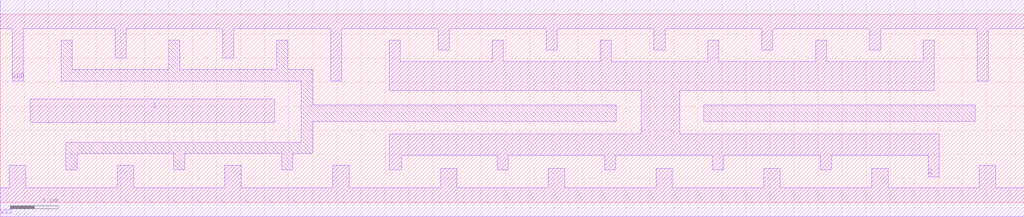
<source format=lef>
# Copyright 2022 GlobalFoundries PDK Authors
#
# Licensed under the Apache License, Version 2.0 (the "License");
# you may not use this file except in compliance with the License.
# You may obtain a copy of the License at
#
#      http://www.apache.org/licenses/LICENSE-2.0
#
# Unless required by applicable law or agreed to in writing, software
# distributed under the License is distributed on an "AS IS" BASIS,
# WITHOUT WARRANTIES OR CONDITIONS OF ANY KIND, either express or implied.
# See the License for the specific language governing permissions and
# limitations under the License.

MACRO gf180mcu_fd_sc_mcu7t5v0__buf_12
  CLASS core ;
  FOREIGN gf180mcu_fd_sc_mcu7t5v0__buf_12 0.0 0.0 ;
  ORIGIN 0 0 ;
  SYMMETRY X Y ;
  SITE GF018hv5v_mcu_sc7 ;
  SIZE 21.28 BY 3.92 ;
  PIN I
    DIRECTION INPUT ;
    ANTENNAGATEAREA 6.612 ;
    PORT
      LAYER Metal1 ;
        POLYGON 0.62 1.66 5.7 1.66 5.7 2.15 0.62 2.15  ;
    END
  END I
  PIN Z
    DIRECTION OUTPUT ;
    ANTENNADIFFAREA 7.0968 ;
    PORT
      LAYER Metal1 ;
        POLYGON 8.085 2.33 12.805 2.33 13.32 2.33 13.32 1.42 8.085 1.42 8.085 0.675 8.345 0.675 8.345 0.98 10.325 0.98 10.325 0.675 10.555 0.675 10.555 0.98 12.565 0.98 12.565 0.675 12.795 0.675 12.795 0.98 14.805 0.98 14.805 0.675 15.035 0.675 15.035 0.98 17.045 0.98 17.045 0.675 17.275 0.675 17.275 0.98 19.285 0.98 19.285 0.53 19.515 0.53 19.515 1.42 14.12 1.42 14.12 2.33 19.415 2.33 19.415 3.38 19.185 3.38 19.185 2.93 17.175 2.93 17.175 3.38 16.945 3.38 16.945 2.93 14.935 2.93 14.935 3.38 14.705 3.38 14.705 2.93 12.805 2.93 12.695 2.93 12.695 3.38 12.465 3.38 12.465 2.93 10.455 2.93 10.455 3.38 10.225 3.38 10.225 2.93 8.315 2.93 8.315 3.38 8.085 3.38  ;
    END
  END Z
  PIN VDD
    DIRECTION INOUT ;
    USE power ;
    SHAPE ABUTMENT ;
    PORT
      LAYER Metal1 ;
        POLYGON 0 3.62 0.245 3.62 0.245 2.53 0.475 2.53 0.475 3.62 2.385 3.62 2.385 3 2.615 3 2.615 3.62 4.625 3.62 4.625 3 4.855 3 4.855 3.62 6.865 3.62 6.865 2.53 7.095 2.53 7.095 3.62 9.105 3.62 9.105 3.17 9.335 3.17 9.335 3.62 11.345 3.62 11.345 3.17 11.575 3.17 11.575 3.62 12.805 3.62 13.585 3.62 13.585 3.17 13.815 3.17 13.815 3.62 15.825 3.62 15.825 3.17 16.055 3.17 16.055 3.62 18.065 3.62 18.065 3.17 18.295 3.17 18.295 3.62 20.26 3.62 20.305 3.62 20.305 2.53 20.535 2.53 20.535 3.62 21.28 3.62 21.28 4.22 20.26 4.22 12.805 4.22 0 4.22  ;
    END
  END VDD
  PIN VSS
    DIRECTION INOUT ;
    USE ground ;
    SHAPE ABUTMENT ;
    PORT
      LAYER Metal1 ;
        POLYGON 0 -0.3 21.28 -0.3 21.28 0.3 20.69 0.3 20.69 0.765 20.35 0.765 20.35 0.3 18.45 0.3 18.45 0.71 18.11 0.71 18.11 0.3 16.21 0.3 16.21 0.71 15.87 0.71 15.87 0.3 13.97 0.3 13.97 0.71 13.63 0.71 13.63 0.3 11.73 0.3 11.73 0.71 11.39 0.71 11.39 0.3 9.49 0.3 9.49 0.71 9.15 0.71 9.15 0.3 7.25 0.3 7.25 0.765 6.91 0.765 6.91 0.3 5.01 0.3 5.01 0.765 4.67 0.765 4.67 0.3 2.77 0.3 2.77 0.765 2.43 0.765 2.43 0.3 0.53 0.3 0.53 0.765 0.19 0.765 0.19 0.3 0 0.3  ;
    END
  END VSS
  OBS
      LAYER Metal1 ;
        POLYGON 1.265 2.53 6.26 2.53 6.26 1.25 1.365 1.25 1.365 0.675 1.595 0.675 1.595 1.015 3.605 1.015 3.605 0.675 3.835 0.675 3.835 1.015 5.845 1.015 5.845 0.675 6.075 0.675 6.075 1.015 6.495 1.015 6.495 1.685 12.805 1.685 12.805 2.025 6.495 2.025 6.495 2.76 5.975 2.76 5.975 3.38 5.745 3.38 5.745 2.76 3.735 2.76 3.735 3.38 3.505 3.38 3.505 2.76 1.495 2.76 1.495 3.38 1.265 3.38  ;
        POLYGON 14.625 1.685 20.26 1.685 20.26 2.03 14.625 2.03  ;
  END
END gf180mcu_fd_sc_mcu7t5v0__buf_12

</source>
